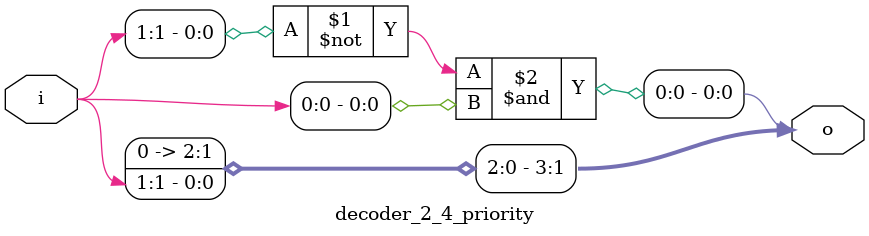
<source format=v>
module decoder_2_4_priority(
input [1:0] i,
output [3:0] o);

assign o[3]=0; 
assign o[2]=0; 
assign o[1]=i[1]; 
assign o[0]=~i[1] & i[0];

endmodule 

</source>
